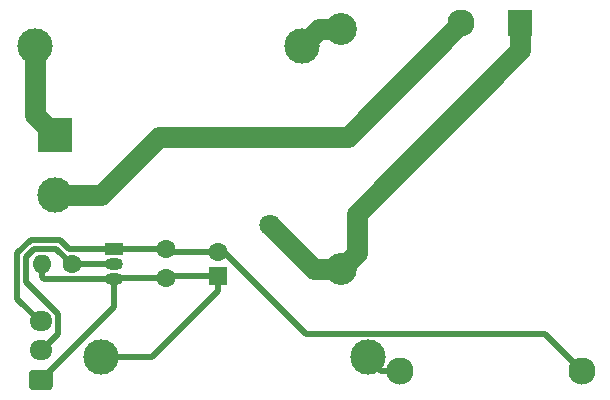
<source format=gtl>
G04 #@! TF.GenerationSoftware,KiCad,Pcbnew,5.1.2-f72e74a~84~ubuntu18.04.1*
G04 #@! TF.CreationDate,2019-07-18T21:55:21+02:00*
G04 #@! TF.ProjectId,InWall-ACDC,496e5761-6c6c-42d4-9143-44432e6b6963,1.0*
G04 #@! TF.SameCoordinates,Original*
G04 #@! TF.FileFunction,Copper,L1,Top*
G04 #@! TF.FilePolarity,Positive*
%FSLAX46Y46*%
G04 Gerber Fmt 4.6, Leading zero omitted, Abs format (unit mm)*
G04 Created by KiCad (PCBNEW 5.1.2-f72e74a~84~ubuntu18.04.1) date 2019-07-18 21:55:21*
%MOMM*%
%LPD*%
G04 APERTURE LIST*
%ADD10C,1.600000*%
%ADD11R,1.600000X1.600000*%
%ADD12C,2.300000*%
%ADD13R,2.000000X2.300000*%
%ADD14R,1.500000X1.050000*%
%ADD15O,1.500000X1.050000*%
%ADD16O,1.600000X1.600000*%
%ADD17O,1.950000X1.700000*%
%ADD18C,0.100000*%
%ADD19C,1.700000*%
%ADD20C,2.700000*%
%ADD21C,1.800000*%
%ADD22C,3.000000*%
%ADD23R,3.000000X3.000000*%
%ADD24C,1.800000*%
%ADD25C,0.500000*%
G04 APERTURE END LIST*
D10*
X179700000Y-71300000D03*
D11*
X179700000Y-73300000D03*
D12*
X195090000Y-81310000D03*
X200290000Y-51910000D03*
D13*
X205290000Y-51910000D03*
D12*
X210490000Y-81310000D03*
D14*
X170900000Y-71000000D03*
D15*
X170900000Y-73540000D03*
X170900000Y-72270000D03*
D16*
X164760000Y-72300000D03*
D10*
X167300000Y-72300000D03*
D17*
X164700000Y-77100000D03*
X164700000Y-79600000D03*
D18*
G36*
X165449504Y-81251204D02*
G01*
X165473773Y-81254804D01*
X165497571Y-81260765D01*
X165520671Y-81269030D01*
X165542849Y-81279520D01*
X165563893Y-81292133D01*
X165583598Y-81306747D01*
X165601777Y-81323223D01*
X165618253Y-81341402D01*
X165632867Y-81361107D01*
X165645480Y-81382151D01*
X165655970Y-81404329D01*
X165664235Y-81427429D01*
X165670196Y-81451227D01*
X165673796Y-81475496D01*
X165675000Y-81500000D01*
X165675000Y-82700000D01*
X165673796Y-82724504D01*
X165670196Y-82748773D01*
X165664235Y-82772571D01*
X165655970Y-82795671D01*
X165645480Y-82817849D01*
X165632867Y-82838893D01*
X165618253Y-82858598D01*
X165601777Y-82876777D01*
X165583598Y-82893253D01*
X165563893Y-82907867D01*
X165542849Y-82920480D01*
X165520671Y-82930970D01*
X165497571Y-82939235D01*
X165473773Y-82945196D01*
X165449504Y-82948796D01*
X165425000Y-82950000D01*
X163975000Y-82950000D01*
X163950496Y-82948796D01*
X163926227Y-82945196D01*
X163902429Y-82939235D01*
X163879329Y-82930970D01*
X163857151Y-82920480D01*
X163836107Y-82907867D01*
X163816402Y-82893253D01*
X163798223Y-82876777D01*
X163781747Y-82858598D01*
X163767133Y-82838893D01*
X163754520Y-82817849D01*
X163744030Y-82795671D01*
X163735765Y-82772571D01*
X163729804Y-82748773D01*
X163726204Y-82724504D01*
X163725000Y-82700000D01*
X163725000Y-81500000D01*
X163726204Y-81475496D01*
X163729804Y-81451227D01*
X163735765Y-81427429D01*
X163744030Y-81404329D01*
X163754520Y-81382151D01*
X163767133Y-81361107D01*
X163781747Y-81341402D01*
X163798223Y-81323223D01*
X163816402Y-81306747D01*
X163836107Y-81292133D01*
X163857151Y-81279520D01*
X163879329Y-81269030D01*
X163902429Y-81260765D01*
X163926227Y-81254804D01*
X163950496Y-81251204D01*
X163975000Y-81250000D01*
X165425000Y-81250000D01*
X165449504Y-81251204D01*
X165449504Y-81251204D01*
G37*
D19*
X164700000Y-82100000D03*
D20*
X190100000Y-52380000D03*
X190100000Y-72700000D03*
D21*
X185500000Y-61500000D03*
X184100000Y-69000000D03*
D22*
X165900000Y-66480000D03*
D23*
X165900000Y-61400000D03*
D22*
X192400000Y-80200000D03*
X169800000Y-80200000D03*
X164200000Y-53800000D03*
X186800000Y-53800000D03*
D10*
X175300000Y-71000000D03*
X175300000Y-73500000D03*
D24*
X188220000Y-52380000D02*
X186800000Y-53800000D01*
X190100000Y-52380000D02*
X188220000Y-52380000D01*
X164200000Y-59700000D02*
X165900000Y-61400000D01*
X164200000Y-53800000D02*
X164200000Y-59700000D01*
X205290000Y-54194552D02*
X205290000Y-51910000D01*
X191449999Y-68034553D02*
X205290000Y-54194552D01*
X191449999Y-71350001D02*
X191449999Y-68034553D01*
X190100000Y-72700000D02*
X191449999Y-71350001D01*
X187800000Y-72700000D02*
X184100000Y-69000000D01*
X190100000Y-72700000D02*
X187800000Y-72700000D01*
X184227208Y-61500000D02*
X185500000Y-61500000D01*
X174729998Y-61500000D02*
X184227208Y-61500000D01*
X169749998Y-66480000D02*
X174729998Y-61500000D01*
X165900000Y-66480000D02*
X169749998Y-66480000D01*
X190700000Y-61500000D02*
X185500000Y-61500000D01*
X200290000Y-51910000D02*
X190700000Y-61500000D01*
D25*
X180200002Y-71300000D02*
X179700000Y-71300000D01*
X187100001Y-78199999D02*
X180200002Y-71300000D01*
X207379999Y-78199999D02*
X187100001Y-78199999D01*
X210490000Y-81310000D02*
X207379999Y-78199999D01*
X175600000Y-71300000D02*
X175300000Y-71000000D01*
X179700000Y-71300000D02*
X175600000Y-71300000D01*
X175300000Y-71000000D02*
X170900000Y-71000000D01*
X162709989Y-75234989D02*
X164575000Y-77100000D01*
X162709989Y-71365335D02*
X162709989Y-75234989D01*
X163825334Y-70249990D02*
X162709989Y-71365335D01*
X166310663Y-70249989D02*
X163825334Y-70249990D01*
X164575000Y-77100000D02*
X164700000Y-77100000D01*
X167060674Y-71000000D02*
X166310663Y-70249989D01*
X170900000Y-71000000D02*
X167060674Y-71000000D01*
X175500000Y-73300000D02*
X175300000Y-73500000D01*
X179700000Y-73300000D02*
X175500000Y-73300000D01*
X170940000Y-73500000D02*
X170900000Y-73540000D01*
X175300000Y-73500000D02*
X170940000Y-73500000D01*
X179700000Y-74600000D02*
X179700000Y-73300000D01*
X174100000Y-80200000D02*
X179700000Y-74600000D01*
X169800000Y-80200000D02*
X174100000Y-80200000D01*
X169650000Y-73540000D02*
X170900000Y-73540000D01*
X169589999Y-73600001D02*
X169650000Y-73540000D01*
X164760000Y-73431370D02*
X164928631Y-73600001D01*
X164928631Y-73600001D02*
X169589999Y-73600001D01*
X164760000Y-72300000D02*
X164760000Y-73431370D01*
X170900000Y-75900000D02*
X164700000Y-82100000D01*
X170900000Y-73540000D02*
X170900000Y-75900000D01*
X167330000Y-72270000D02*
X167300000Y-72300000D01*
X170900000Y-72270000D02*
X167330000Y-72270000D01*
X164825000Y-79600000D02*
X164700000Y-79600000D01*
X166175010Y-78249990D02*
X164825000Y-79600000D01*
X163459999Y-73825797D02*
X166175010Y-76540808D01*
X163459999Y-71675999D02*
X163459999Y-73825797D01*
X166175010Y-76540808D02*
X166175010Y-78249990D01*
X164135999Y-70999999D02*
X163459999Y-71675999D01*
X165999999Y-70999999D02*
X164135999Y-70999999D01*
X167300000Y-72300000D02*
X165999999Y-70999999D01*
X193510000Y-81310000D02*
X192400000Y-80200000D01*
X195090000Y-81310000D02*
X193510000Y-81310000D01*
M02*

</source>
